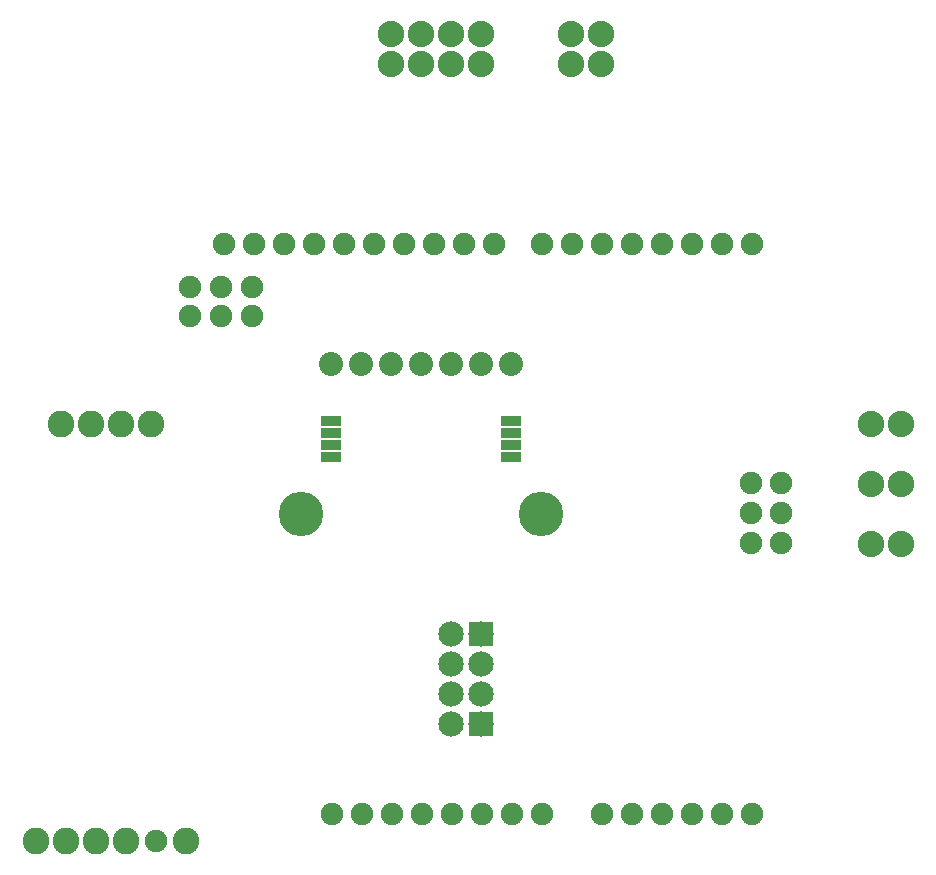
<source format=gbs>
G04 MADE WITH FRITZING*
G04 WWW.FRITZING.ORG*
G04 DOUBLE SIDED*
G04 HOLES PLATED*
G04 CONTOUR ON CENTER OF CONTOUR VECTOR*
%ASAXBY*%
%FSLAX23Y23*%
%MOIN*%
%OFA0B0*%
%SFA1.0B1.0*%
%ADD10C,0.088000*%
%ADD11C,0.075278*%
%ADD12C,0.088861*%
%ADD13C,0.074972*%
%ADD14C,0.088833*%
%ADD15C,0.084472*%
%ADD16C,0.080000*%
%ADD17C,0.148425*%
%ADD18R,0.084108X0.084472*%
%ADD19R,0.071024X0.033622*%
%LNMASK0*%
G90*
G70*
G54D10*
X1612Y2813D03*
X1612Y2713D03*
X1812Y2813D03*
X1812Y2713D03*
X1712Y2813D03*
X1712Y2713D03*
X3212Y1113D03*
X3312Y1113D03*
X3212Y1313D03*
X3312Y1313D03*
X2312Y2813D03*
X2312Y2713D03*
X2212Y2813D03*
X2212Y2713D03*
X1912Y2813D03*
X1912Y2713D03*
X3312Y1513D03*
X3212Y1513D03*
G54D11*
X2415Y213D03*
X2515Y213D03*
X2615Y213D03*
X2715Y213D03*
X2815Y213D03*
X1955Y2113D03*
X1855Y2113D03*
X1755Y2113D03*
X1655Y2113D03*
X1555Y2113D03*
X1455Y2113D03*
X1355Y2113D03*
X1255Y2113D03*
X1155Y2113D03*
X1055Y2113D03*
X2815Y2113D03*
X2715Y2113D03*
X2615Y2113D03*
X2515Y2113D03*
X2415Y2113D03*
X2315Y2113D03*
X2215Y2113D03*
X2115Y2113D03*
X1515Y213D03*
X1415Y213D03*
X1615Y213D03*
X1715Y213D03*
X1815Y213D03*
X1915Y213D03*
X2015Y213D03*
X2115Y213D03*
X2315Y213D03*
X2913Y1316D03*
X2813Y1316D03*
X2913Y1216D03*
X2813Y1216D03*
X2913Y1117D03*
X2813Y1117D03*
X1045Y1970D03*
X1045Y1871D03*
X1149Y1970D03*
X1149Y1871D03*
X941Y1970D03*
X941Y1871D03*
G54D12*
X928Y123D03*
G54D13*
X828Y123D03*
G54D12*
X728Y123D03*
X628Y123D03*
X528Y123D03*
X428Y123D03*
G54D14*
X812Y1513D03*
X712Y1513D03*
X612Y1513D03*
X512Y1513D03*
G54D15*
X1912Y814D03*
X1812Y814D03*
X1912Y713D03*
X1812Y713D03*
X1912Y612D03*
X1812Y612D03*
X1912Y512D03*
X1812Y512D03*
G54D16*
X1512Y1713D03*
X1712Y1713D03*
G54D17*
X2112Y1213D03*
G54D16*
X1812Y1713D03*
X1612Y1713D03*
X1412Y1713D03*
G54D17*
X1312Y1213D03*
G54D16*
X2012Y1713D03*
X1912Y1713D03*
G54D18*
X1912Y814D03*
X1912Y512D03*
G54D19*
X1411Y1522D03*
X1411Y1483D03*
X1411Y1443D03*
X1411Y1404D03*
X2013Y1404D03*
X2013Y1443D03*
X2013Y1483D03*
X2013Y1522D03*
G04 End of Mask0*
M02*
</source>
